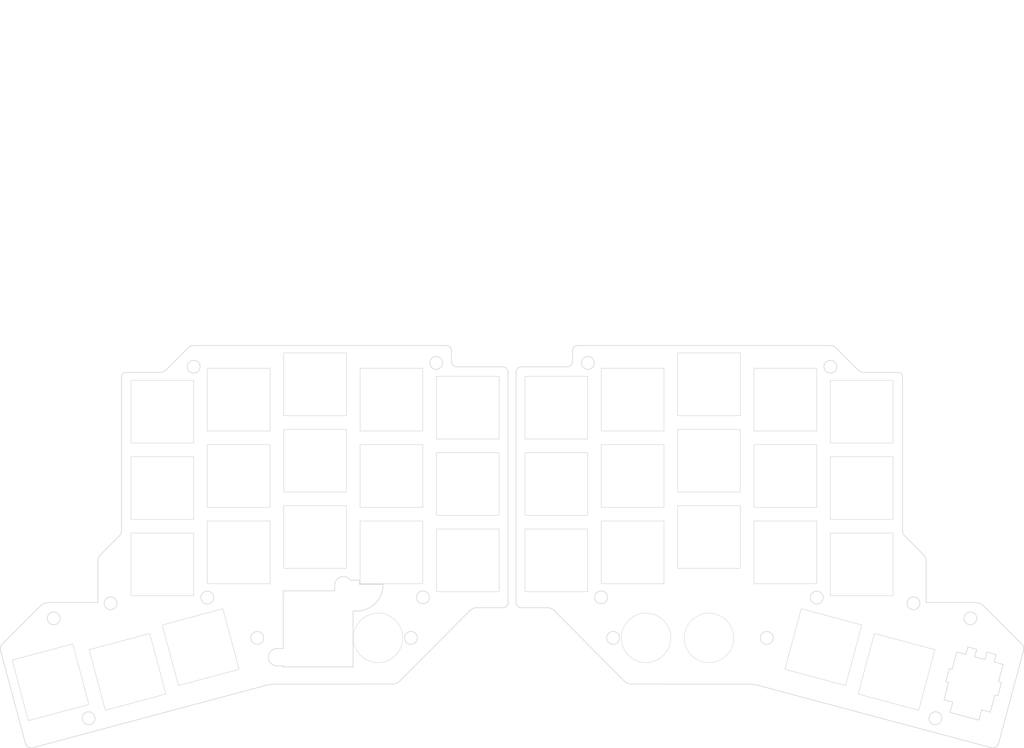
<source format=kicad_pcb>
(kicad_pcb (version 20211014) (generator pcbnew)
  (layers (0 "F.Cu" signal) (31 "B.Cu" signal) (34 "B.Paste" user) (35 "F.Paste" user) (36 "B.SilkS" user "B.Silkscreen") (37 "F.SilkS" user "F.Silkscreen") (38 "B.Mask" user) (39 "F.Mask" user) (44 "Edge.Cuts" user))
  (net 0 "")
  (footprint "jw_custom_footprint:CherryMX_Hotswap_cutout_above_PCB" (layer "F.Cu") (at 177.48662 97.331594)
    (fp_text reference "SW12" hide)
    (fp_text value "SW12")
    (fp_rect (start -7.8 -7.8) (end 7.8 7.8) (layer "Edge.Cuts") (width 0.12) (fill none))
  )
  (footprint "jw_custom_footprint:CherryMX_Hotswap_cutout_above_PCB" (layer "F.Cu") (at 177.48662 78.331994)
    (fp_text reference "SW7" hide)
    (fp_text value "SW7")
    (fp_rect (start -7.8 -7.8) (end 7.8 7.8) (layer "Edge.Cuts") (width 0.12) (fill none))
  )
  (footprint "jw_custom_footprint:RotaryEncoder_Alps_EC11E-Switch_Vertical_H20mm_cutout_above_PCB" (layer "F.Cu") (at 262.29748 129.657313 165)
    (fp_text reference "EC1" hide)
    (fp_text value "Rotary_Encoder_Switch")
    (fp_poly (pts (xy 3.7084 -6.096) (xy 5.969 -6.096) (xy 5.969 -1.7018) (xy 6.7056 -1.7018) (xy 6.7056 1.7018) (xy 5.969 1.7018) (xy 5.969 6.1976) (xy 3.6322 6.1976) (xy 3.6322 8.128) (xy 1.3462 8.128) (xy 1.3462 6.1976) (xy -1.3208 6.1976) (xy -1.3208 8.128) (xy -3.6576 8.128) (xy -3.6576 6.1976) (xy -5.969 6.1976) (xy -5.969 1.7526) (xy -6.731 1.7526) (xy -6.731 -1.7018) (xy -5.969 -1.7018) (xy -5.969 -6.096) (xy -3.7338 -6.096) (xy -3.7338 -8.763) (xy 3.7084 -8.763)) (layer "Edge.Cuts") (width 0.15) (fill none))
  )
  (footprint "jw_custom_footprint:MountingHole_3.2mm_M3_cutout" (layer "F.Cu") (at 226.687447 51.14375)
    (fp_text reference "TH1" hide)
    (fp_text value "HOLE")
    (fp_circle (center 0 0) (end 1.6 0) (layer "Edge.Cuts") (width 0.15) (fill none))
  )
  (footprint "jw_custom_footprint:contact_button_12mm" (layer "F.Cu") (at 180.827872 118.614)
    (fp_text reference "SW16" hide)
    (fp_text value "SW_Contact_Pad")
    (fp_circle (center 0 0) (end 6.15 0) (layer "Edge.Cuts") (width 0.1) (fill none))
  )
  (footprint "jw_custom_footprint:CherryMX_Hotswap_cutout_above_PCB" (layer "F.Cu") (at 158.48642 61.330994)
    (fp_text reference "SW1" hide)
    (fp_text value "SW1")
    (fp_rect (start -7.8 -7.8) (end 7.8 7.8) (layer "Edge.Cuts") (width 0.12) (fill none))
  )
  (footprint "jw_custom_footprint:CherryMX_Hotswap_cutout_above_PCB" (layer "F.Cu") (at 158.48642 80.331394)
    (fp_text reference "SW6" hide)
    (fp_text value "SW6")
    (fp_rect (start -7.8 -7.8) (end 7.8 7.8) (layer "Edge.Cuts") (width 0.12) (fill none))
  )
  (footprint "jw_custom_footprint:MountingHole_3.2mm_M3_cutout" (layer "F.Cu") (at 223.296492 108.5822)
    (fp_text reference "TH4" hide)
    (fp_text value "HOLE")
    (fp_circle (center 0 0) (end 1.6 0) (layer "Edge.Cuts") (width 0.15) (fill none))
  )
  (footprint "jw_custom_footprint:MountingHole_3.2mm_M3_cutout" (layer "F.Cu") (at 247.36228 109.997713 180)
    (fp_text reference "MCU_1" hide)
    (fp_text value "HOLE")
    (fp_circle (center 0 0) (end 1.6 0) (layer "Edge.Cuts") (width 0.15) (fill none))
  )
  (footprint "jw_custom_footprint:MountingHole_3.2mm_M3_cutout" (layer "F.Cu") (at 169.639047 108.51955)
    (fp_text reference "TH3" hide)
    (fp_text value "HOLE")
    (fp_circle (center 0 0) (end 1.6 0) (layer "Edge.Cuts") (width 0.15) (fill none))
  )
  (footprint "jw_custom_footprint:MountingHole_3.2mm_M3_cutout" (layer "F.Cu") (at 261.522054 113.756913)
    (fp_text reference "MCU_2" hide)
    (fp_text value "HOLE")
    (fp_circle (center 0 0) (end 1.6 0) (layer "Edge.Cuts") (width 0.15) (fill none))
  )
  (footprint "jw_custom_footprint:CherryMX_Hotswap_cutout_above_PCB" (layer "F.Cu") (at 243.14588 127.066513 -15)
    (fp_text reference "SW19" hide)
    (fp_text value "SW19")
    (fp_rect (start -7.8 -7.8) (end 7.8 7.8) (layer "Edge.Cuts") (width 0.12) (fill none))
  )
  (footprint "jw_custom_footprint:contact_button_12mm" (layer "F.Cu") (at 196.486246 118.614)
    (fp_text reference "SW17" hide)
    (fp_text value "SW_Contact_Pad")
    (fp_circle (center 0 0) (end 6.15 0) (layer "Edge.Cuts") (width 0.1) (fill none))
  )
  (footprint "jw_custom_footprint:CherryMX_Hotswap_cutout_above_PCB" (layer "F.Cu") (at 196.48602 93.521794)
    (fp_text reference "SW13" hide)
    (fp_text value "SW13")
    (fp_rect (start -7.8 -7.8) (end 7.8 7.8) (layer "Edge.Cuts") (width 0.12) (fill none))
  )
  (footprint "jw_custom_footprint:MountingHole_3.2mm_M3_cutout" (layer "F.Cu") (at 252.82328 138.598113)
    (fp_text reference "TH5" hide)
    (fp_text value "HOLE")
    (fp_circle (center 0 0) (end 1.6 0) (layer "Edge.Cuts") (width 0.15) (fill none))
  )
  (footprint "jw_custom_footprint:CherryMX_Hotswap_cutout_above_PCB" (layer "F.Cu") (at 215.48622 59.331834)
    (fp_text reference "SW4" hide)
    (fp_text value "SW4")
    (fp_rect (start -7.8 -7.8) (end 7.8 7.8) (layer "Edge.Cuts") (width 0.12) (fill none))
  )
  (footprint "jw_custom_footprint:CherryMX_Hotswap_cutout_above_PCB" (layer "F.Cu") (at 177.48662 59.332394)
    (fp_text reference "SW2" hide)
    (fp_text value "SW2")
    (fp_rect (start -7.8 -7.8) (end 7.8 7.8) (layer "Edge.Cuts") (width 0.12) (fill none))
  )
  (footprint "jw_custom_footprint:CherryMX_Hotswap_cutout_above_PCB" (layer "F.Cu") (at 234.485918 62.332394)
    (fp_text reference "SW5" hide)
    (fp_text value "SW5")
    (fp_rect (start -7.8 -7.8) (end 7.8 7.8) (layer "Edge.Cuts") (width 0.12) (fill none))
  )
  (footprint "jw_custom_footprint:CherryMX_Hotswap_cutout_above_PCB" (layer "F.Cu") (at 215.48622 97.332194)
    (fp_text reference "SW14" hide)
    (fp_text value "SW14")
    (fp_rect (start -7.8 -7.8) (end 7.8 7.8) (layer "Edge.Cuts") (width 0.12) (fill none))
  )
  (footprint "jw_custom_footprint:CherryMX_Hotswap_cutout_above_PCB" (layer "F.Cu") (at 224.946054 120.920119 -15)
    (fp_text reference "SW18" hide)
    (fp_text value "SW18")
    (fp_rect (start -7.8 -7.8) (end 7.8 7.8) (layer "Edge.Cuts") (width 0.12) (fill none))
  )
  (footprint "jw_custom_footprint:MountingHole_3.2mm_M3_cutout" (layer "F.Cu") (at 210.871736 118.614)
    (fp_text reference "JY_BT_2" hide)
    (fp_text value "HOLE")
    (fp_circle (center 0 0) (end 1.6 0) (layer "Edge.Cuts") (width 0.15) (fill none))
  )
  (footprint "jw_custom_footprint:CherryMX_Hotswap_cutout_above_PCB" (layer "F.Cu") (at 234.485918 100.332194)
    (fp_text reference "SW15" hide)
    (fp_text value "SW15")
    (fp_rect (start -7.8 -7.8) (end 7.8 7.8) (layer "Edge.Cuts") (width 0.12) (fill none))
  )
  (footprint "jw_custom_footprint:CherryMX_Hotswap_cutout_above_PCB" (layer "F.Cu") (at 215.48622 78.331794)
    (fp_text reference "SW9" hide)
    (fp_text value "SW9")
    (fp_rect (start -7.8 -7.8) (end 7.8 7.8) (layer "Edge.Cuts") (width 0.12) (fill none))
  )
  (footprint "jw_custom_footprint:CherryMX_Hotswap_cutout_above_PCB" (layer "F.Cu") (at 234.485918 81.332194)
    (fp_text reference "SW10" hide)
    (fp_text value "SW10")
    (fp_rect (start -7.8 -7.8) (end 7.8 7.8) (layer "Edge.Cuts") (width 0.12) (fill none))
  )
  (footprint "jw_custom_footprint:CherryMX_Hotswap_cutout_above_PCB" (layer "F.Cu") (at 196.48602 55.521634)
    (fp_text reference "SW3" hide)
    (fp_text value "SW3")
    (fp_rect (start -7.8 -7.8) (end 7.8 7.8) (layer "Edge.Cuts") (width 0.12) (fill none))
  )
  (footprint "jw_custom_footprint:MountingHole_3.2mm_M3_cutout" (layer "F.Cu") (at 172.63548 118.614)
    (fp_text reference "JY_BT_1" hide)
    (fp_text value "HOLE")
    (fp_circle (center 0 0) (end 1.6 0) (layer "Edge.Cuts") (width 0.15) (fill none))
  )
  (footprint "jw_custom_footprint:MountingHole_3.2mm_M3_cutout" (layer "F.Cu") (at 166.33628 50.201913)
    (fp_text reference "TH2" hide)
    (fp_text value "HOLE")
    (fp_circle (center 0 0) (end 1.6 0) (layer "Edge.Cuts") (width 0.15) (fill none))
  )
  (footprint "jw_custom_footprint:CherryMX_Hotswap_cutout_above_PCB" (layer "F.Cu") (at 196.48602 74.521594)
    (fp_text reference "SW8" hide)
    (fp_text value "SW8")
    (fp_rect (start -7.8 -7.8) (end 7.8 7.8) (layer "Edge.Cuts") (width 0.12) (fill none))
  )
  (footprint "jw_custom_footprint:CherryMX_Hotswap_cutout_above_PCB" (layer "F.Cu") (at 158.48642 99.331794)
    (fp_text reference "SW11" hide)
    (fp_text value "SW11")
    (fp_rect (start -7.8 -7.8) (end 7.8 7.8) (layer "Edge.Cuts") (width 0.12) (fill none))
  )
  (footprint "jw_custom_footprint:CherryMX_Hotswap_cutout_above_PCB" (layer "B.Cu") (at 79.47142 78.331794 180)
    (fp_text reference "SW9" hide)
    (fp_text value "SW9")
    (fp_rect (start -7.8 7.8) (end 7.8 -7.8) (layer "Edge.Cuts") (width 0.12) (fill none))
  )
  (footprint "jw_custom_footprint:CherryMX_Hotswap_cutout_above_PCB" (layer "B.Cu") (at 136.47122 80.331394 180)
    (fp_text reference "SW6" hide)
    (fp_text value "SW6")
    (fp_rect (start -7.8 7.8) (end 7.8 -7.8) (layer "Edge.Cuts") (width 0.12) (fill none))
  )
  (footprint "jw_custom_footprint:CherryMX_Hotswap_cutout_above_PCB" (layer "B.Cu") (at 136.47122 99.331794 180)
    (fp_text reference "SW11" hide)
    (fp_text value "SW11")
    (fp_rect (start -7.8 7.8) (end 7.8 -7.8) (layer "Edge.Cuts") (width 0.12) (fill none))
  )
  (footprint "jw_custom_footprint:CherryMX_Hotswap_cutout_above_PCB" (layer "B.Cu") (at 51.81176 127.066513 -165)
    (fp_text reference "SW19" hide)
    (fp_text value "SW19")
    (fp_rect (start -7.8 7.8) (end 7.8 -7.8) (layer "Edge.Cuts") (width 0.12) (fill none))
  )
  (footprint "jw_custom_footprint:CherryMX_Hotswap_cutout_above_PCB" (layer "B.Cu") (at 79.47142 97.332194 180)
    (fp_text reference "SW14" hide)
    (fp_text value "SW14")
    (fp_rect (start -7.8 7.8) (end 7.8 -7.8) (layer "Edge.Cuts") (width 0.12) (fill none))
  )
  (footprint "jw_custom_footprint:MountingHole_3.2mm_M3_cutout" (layer "B.Cu") (at 125.318593 108.51955 180)
    (fp_text reference "TH3" hide)
    (fp_text value "HOLE")
    (fp_circle (center 0 0) (end 1.6 0) (layer "Edge.Cuts") (width 0.15) (fill none))
  )
  (footprint "jw_custom_footprint:MountingHole_3.2mm_M3_cutout" (layer "B.Cu") (at 42.13436 138.598113 180)
    (fp_text reference "TH5" hide)
    (fp_text value "HOLE")
    (fp_circle (center 0 0) (end 1.6 0) (layer "Edge.Cuts") (width 0.15) (fill none))
  )
  (footprint "jw_custom_footprint:MountingHole_3.2mm_M3_cutout" (layer "B.Cu") (at 47.59536 109.997713)
    (fp_text reference "MCU_1" hide)
    (fp_text value "HOLE")
    (fp_circle (center 0 0) (end 1.6 0) (layer "Edge.Cuts") (width 0.15) (fill none))
  )
  (footprint "jw_custom_footprint:MountingHole_3.2mm_M3_cutout" (layer "B.Cu") (at 33.435586 113.756913 180)
    (fp_text reference "MCU_2" hide)
    (fp_text value "HOLE")
    (fp_circle (center 0 0) (end 1.6 0) (layer "Edge.Cuts") (width 0.15) (fill none))
  )
  (footprint "jw_custom_footprint:CherryMX_Hotswap_cutout_above_PCB" (layer "B.Cu") (at 136.47122 61.330994 180)
    (fp_text reference "SW1" hide)
    (fp_text value "SW1")
    (fp_rect (start -7.8 7.8) (end 7.8 -7.8) (layer "Edge.Cuts") (width 0.12) (fill none))
  )
  (footprint "jw_custom_footprint:CherryMX_Hotswap_cutout_above_PCB" (layer "B.Cu") (at 60.471722 81.332194 180)
    (fp_text reference "SW10" hide)
    (fp_text value "SW10")
    (fp_rect (start -7.8 7.8) (end 7.8 -7.8) (layer "Edge.Cuts") (width 0.12) (fill none))
  )
  (footprint "jw_custom_footprint:contact_button_12mm" (layer "B.Cu") (at 114.129768 118.614 180)
    (fp_text reference "SW16" hide)
    (fp_text value "SW_Contact_Pad")
    (fp_circle (center 0 0) (end 6.15 0) (layer "Edge.Cuts") (width 0.1) (fill none))
  )
  (footprint "jw_custom_footprint:CherryMX_Hotswap_cutout_above_PCB" (layer "B.Cu") (at 117.47102 78.331994 180)
    (fp_text reference "SW7" hide)
    (fp_text value "SW7")
    (fp_rect (start -7.8 7.8) (end 7.8 -7.8) (layer "Edge.Cuts") (width 0.12) (fill none))
  )
  (footprint "jw_custom_footprint:CherryMX_Hotswap_cutout_above_PCB" (layer "B.Cu") (at 98.47162 74.521594 180)
    (fp_text reference "SW8" hide)
    (fp_text value "SW8")
    (fp_rect (start -7.8 7.8) (end 7.8 -7.8) (layer "Edge.Cuts") (width 0.12) (fill none))
  )
  (footprint "jw_custom_footprint:CherryMX_Hotswap_cutout_above_PCB" (layer "B.Cu") (at 117.47102 97.331594 180)
    (fp_text reference "SW12" hide)
    (fp_text value "SW12")
    (fp_rect (start -7.8 7.8) (end 7.8 -7.8) (layer "Edge.Cuts") (width 0.12) (fill none))
  )
  (footprint "jw_custom_footprint:CherryMX_Hotswap_cutout_above_PCB" (layer "B.Cu") (at 98.47162 55.521634 180)
    (fp_text reference "SW3" hide)
    (fp_text value "SW3")
    (fp_rect (start -7.8 7.8) (end 7.8 -7.8) (layer "Edge.Cuts") (width 0.12) (fill none))
  )
  (footprint "jw_custom_footprint:CherryMX_Hotswap_cutout_above_PCB" (layer "B.Cu") (at 98.47162 93.521794 180)
    (fp_text reference "SW13" hide)
    (fp_text value "SW13")
    (fp_rect (start -7.8 7.8) (end 7.8 -7.8) (layer "Edge.Cuts") (width 0.12) (fill none))
  )
  (footprint "jw_custom_footprint:CherryMX_Hotswap_cutout_above_PCB" (layer "B.Cu") (at 117.47102 59.332394 180)
    (fp_text reference "SW2" hide)
    (fp_text value "SW2")
    (fp_rect (start -7.8 7.8) (end 7.8 -7.8) (layer "Edge.Cuts") (width 0.12) (fill none))
  )
  (footprint "jw_custom_footprint:CherryMX_Hotswap_cutout_above_PCB" (layer "B.Cu") (at 60.471722 62.332394 180)
    (fp_text reference "SW5" hide)
    (fp_text value "SW5")
    (fp_rect (start -7.8 7.8) (end 7.8 -7.8) (layer "Edge.Cuts") (width 0.12) (fill none))
  )
  (footprint "jw_custom_footprint:CherryMX_Hotswap_cutout_above_PCB" (layer "B.Cu") (at 70.011586 120.920119 -165)
    (fp_text reference "SW18" hide)
    (fp_text value "SW18")
    (fp_rect (start -7.8 7.8) (end 7.8 -7.8) (layer "Edge.Cuts") (width 0.12) (fill none))
  )
  (footprint "jw_custom_footprint:MountingHole_3.2mm_M3_cutout" (layer "B.Cu") (at 84.085904 118.614 180)
    (fp_text reference "JY_BT_2" hide)
    (fp_text value "HOLE")
    (fp_circle (center 0 0) (end 1.6 0) (layer "Edge.Cuts") (width 0.15) (fill none))
  )
  (footprint "jw_custom_footprint:CherryMX_Hotswap_cutout_above_PCB" (layer "B.Cu") (at 32.66016 129.657311 -165)
    (fp_text reference "SW20" hide)
    (fp_text value "SW20")
    (fp_rect (start -7.8 7.8) (end 7.8 -7.8) (layer "Edge.Cuts") (width 0.12) (fill none))
  )
  (footprint "jw_custom_footprint:MountingHole_3.2mm_M3_cutout" (layer "B.Cu") (at 122.32216 118.614 180)
    (fp_text reference "JY_BT_1" hide)
    (fp_text value "HOLE")
    (fp_circle (center 0 0) (end 1.6 0) (layer "Edge.Cuts") (width 0.15) (fill none))
  )
  (footprint "jw_custom_footprint:CherryMX_Hotswap_cutout_above_PCB" (layer "B.Cu") (at 60.471722 100.332194 180)
    (fp_text reference "SW15" hide)
    (fp_text value "SW15")
    (fp_rect (start -7.8 7.8) (end 7.8 -7.8) (layer "Edge.Cuts") (width 0.12) (fill none))
  )
  (footprint "jw_custom_footprint:MountingHole_3.2mm_M3_cutout" (layer "B.Cu") (at 71.661148 108.5822 180)
    (fp_text reference "TH4" hide)
    (fp_text value "HOLE")
    (fp_circle (center 0 0) (end 1.6 0) (layer "Edge.Cuts") (width 0.15) (fill none))
  )
  (footprint "jw_custom_footprint:CherryMX_Hotswap_cutout_above_PCB" (layer "B.Cu") (at 79.47142 59.331834 180)
    (fp_text reference "SW4" hide)
    (fp_text value "SW4")
    (fp_rect (start -7.8 7.8) (end 7.8 -7.8) (layer "Edge.Cuts") (width 0.12) (fill none))
  )
  (footprint "jw_custom_footprint:MountingHole_3.2mm_M3_cutout" (layer "B.Cu") (at 128.62136 50.201913 180)
    (fp_text reference "TH2" hide)
    (fp_text value "HOLE")
    (fp_circle (center 0 0) (end 1.6 0) (layer "Edge.Cuts") (width 0.15) (fill none))
  )
  (footprint "jw_custom_footprint:MountingHole_3.2mm_M3_cutout" (layer "B.Cu") (at 68.270193 51.14375 180)
    (fp_text reference "TH1" hide)
    (fp_text value "HOLE")
    (fp_circle (center 0 0) (end 1.6 0) (layer "Edge.Cuts") (width 0.15) (fill none))
  )
  (gr_arc (start 137.002593 111.824319) (mid 137.786061 111.283934) (end 138.721993 111.111119) (layer "Edge.Cuts") (width 0.15))
  (gr_line (start 245.191292 93.2434) (end 249.915692 97.9678) (layer "Edge.Cuts") (width 0.15))
  (gr_arc (start 61.450348 51.8922) (mid 60.757992 52.383111) (end 59.926348 52.5526) (layer "Edge.Cuts") (width 0.15))
  (gr_arc (start 119.603593 129.291319) (mid 118.674359 129.91519) (end 117.571593 130.1065) (layer "Edge.Cuts") (width 0.15))
  (gr_arc (start 148.47882 52.461429) (mid 148.880529 51.539812) (end 149.814292 51.167234) (layer "Edge.Cuts") (width 0.15))
  (gr_arc (start 235.031292 52.5526) (mid 234.199638 52.383133) (end 233.507292 51.8922) (layer "Edge.Cuts") (width 0.15))
  (gr_arc (start 149.609654 111.111119) (mid 148.821648 110.739338) (end 148.47882 109.938319) (layer "Edge.Cuts") (width 0.15))
  (gr_line (start 90.533348 125.8316) (end 90.533348 125.5776) (layer "Edge.Cuts") (width 0.15))
  (gr_arc (start 103.360348 105.5116) (mid 104.868414 103.450211) (end 107.289636 104.263401) (layer "Edge.Cuts") (width 0.15))
  (gr_arc (start 162.546778 47.218194) (mid 162.903066 46.257679) (end 163.84708 45.8597) (layer "Edge.Cuts") (width 0.15))
  (gr_arc (start 115.417636 105.279401) (mid 113.452616 110.019933) (end 108.686636 111.922401) (layer "Edge.Cuts") (width 0.15))
  (gr_line (start 20.67136 120.106913) (end 30.106748 110.6678) (layer "Edge.Cuts") (width 0.15))
  (gr_arc (start 177.386047 130.1065) (mid 176.283278 129.915196) (end 175.354047 129.291319) (layer "Edge.Cuts") (width 0.15))
  (gr_arc (start 85.80902 130.541119) (mid 87.386955 130.209366) (end 88.996593 130.1145) (layer "Edge.Cuts") (width 0.15))
  (gr_line (start 20.21416 121.757913) (end 26.388284 144.811616) (layer "Edge.Cuts") (width 0.15))
  (gr_arc (start 66.784348 46.5582) (mid 67.496518 46.039337) (end 68.359148 45.8597) (layer "Edge.Cuts") (width 0.15))
  (gr_arc (start 50.307808 53.6702) (mid 50.635012 52.86741) (end 51.442748 52.5526) (layer "Edge.Cuts") (width 0.15))
  (gr_line (start 145.347986 111.111119) (end 138.721993 111.111119) (layer "Edge.Cuts") (width 0.15))
  (gr_line (start 103.360348 106.9086) (end 103.360348 105.5116) (layer "Edge.Cuts") (width 0.15))
  (gr_line (start 228.173292 46.5582) (end 233.507292 51.8922) (layer "Edge.Cuts") (width 0.15))
  (gr_line (start 266.6428 145.913313) (end 209.14862 130.541119) (layer "Edge.Cuts") (width 0.15))
  (gr_line (start 226.598492 45.8597) (end 163.84708 45.8597) (layer "Edge.Cuts") (width 0.15))
  (gr_arc (start 245.191292 93.2434) (mid 244.786844 92.637815) (end 244.649832 91.9226) (layer "Edge.Cuts") (width 0.15))
  (gr_arc (start 226.598492 45.8597) (mid 227.461117 46.039349) (end 228.173292 46.5582) (layer "Edge.Cuts") (width 0.15))
  (gr_line (start 107.932348 125.8316) (end 107.924636 111.922401) (layer "Edge.Cuts") (width 0.15))
  (gr_line (start 117.571593 130.1065) (end 88.996593 130.1145) (layer "Edge.Cuts") (width 0.15))
  (gr_arc (start 28.31484 145.913313) (mid 27.122157 145.76361) (end 26.388284 144.811616) (layer "Edge.Cuts") (width 0.15))
  (gr_arc (start 205.961047 130.1145) (mid 207.570684 130.209378) (end 209.14862 130.541119) (layer "Edge.Cuts") (width 0.15))
  (gr_line (start 85.80902 130.541119) (end 28.31484 145.913313) (layer "Edge.Cuts") (width 0.15))
  (gr_line (start 264.850892 110.6678) (end 274.28628 120.106913) (layer "Edge.Cuts") (width 0.15))
  (gr_line (start 137.002593 111.824319) (end 119.603593 129.291319) (layer "Edge.Cuts") (width 0.15))
  (gr_arc (start 30.106748 110.6678) (mid 31.022149 110.063479) (end 32.087948 109.8042) (layer "Edge.Cuts") (width 0.15))
  (gr_arc (start 89.009348 125.5776) (mid 86.850348 123.4186) (end 89.009348 121.2596) (layer "Edge.Cuts") (width 0.15))
  (gr_arc (start 20.21416 121.757913) (mid 20.214566 120.869219) (end 20.67136 120.106913) (layer "Edge.Cuts") (width 0.15))
  (gr_line (start 115.417636 105.279401) (end 109.499436 105.279401) (layer "Edge.Cuts") (width 0.15))
  (gr_arc (start 262.869692 109.8042) (mid 263.935481 110.063501) (end 264.850892 110.6678) (layer "Edge.Cuts") (width 0.15))
  (gr_line (start 44.432348 109.8042) (end 44.432348 99.3902) (layer "Edge.Cuts") (width 0.15))
  (gr_line (start 109.499436 104.263401) (end 107.289636 104.263401) (layer "Edge.Cuts") (width 0.15))
  (gr_line (start 149.814292 51.167234) (end 161.152975 51.167234) (layer "Edge.Cuts") (width 0.15))
  (gr_line (start 244.649832 53.6702) (end 244.649832 91.9226) (layer "Edge.Cuts") (width 0.15))
  (gr_line (start 108.686636 111.922401) (end 107.924636 111.922401) (layer "Edge.Cuts") (width 0.15))
  (gr_line (start 50.307808 91.9226) (end 50.307808 53.6702) (layer "Edge.Cuts") (width 0.15))
  (gr_line (start 262.869692 109.8042) (end 250.525292 109.8042) (layer "Edge.Cuts") (width 0.15))
  (gr_line (start 103.360348 106.9086) (end 90.533348 106.9086) (layer "Edge.Cuts") (width 0.15))
  (gr_arc (start 131.11056 45.8597) (mid 132.05459 46.257663) (end 132.410862 47.218194) (layer "Edge.Cuts") (width 0.15))
  (gr_arc (start 50.307808 91.9226) (mid 50.170778 92.637808) (end 49.766348 93.2434) (layer "Edge.Cuts") (width 0.15))
  (gr_arc (start 156.235647 111.111119) (mid 157.171576 111.283942) (end 157.955047 111.824319) (layer "Edge.Cuts") (width 0.15))
  (gr_line (start 205.961047 130.1145) (end 177.386047 130.1065) (layer "Edge.Cuts") (width 0.15))
  (gr_line (start 156.235647 111.111119) (end 149.609654 111.111119) (layer "Edge.Cuts") (width 0.15))
  (gr_line (start 45.041948 97.9678) (end 49.766348 93.2434) (layer "Edge.Cuts") (width 0.15))
  (gr_line (start 268.569356 144.811616) (end 274.74348 121.757913) (layer "Edge.Cuts") (width 0.15))
  (gr_line (start 90.533348 125.5776) (end 89.009348 125.5776) (layer "Edge.Cuts") (width 0.15))
  (gr_arc (start 146.47882 109.938319) (mid 146.135977 110.739324) (end 145.347986 111.111119) (layer "Edge.Cuts") (width 0.15))
  (gr_arc (start 268.569356 144.811616) (mid 267.83546 145.76357) (end 266.6428 145.913313) (layer "Edge.Cuts") (width 0.15))
  (gr_line (start 90.533348 125.8316) (end 107.932348 125.8316) (layer "Edge.Cuts") (width 0.15))
  (gr_line (start 146.47882 109.938319) (end 146.47882 52.461429) (layer "Edge.Cuts") (width 0.15))
  (gr_arc (start 162.546778 49.769029) (mid 162.138247 50.755606) (end 161.152975 51.167234) (layer "Edge.Cuts") (width 0.15))
  (gr_line (start 243.514892 52.5526) (end 235.031292 52.5526) (layer "Edge.Cuts") (width 0.15))
  (gr_line (start 250.525292 99.3902) (end 250.525292 109.8042) (layer "Edge.Cuts") (width 0.15))
  (gr_line (start 132.410862 49.769029) (end 132.410862 47.218194) (layer "Edge.Cuts") (width 0.15))
  (gr_arc (start 243.514892 52.5526) (mid 244.322636 52.867401) (end 244.649832 53.6702) (layer "Edge.Cuts") (width 0.15))
  (gr_arc (start 145.143348 51.167234) (mid 146.077092 51.539831) (end 146.47882 52.461429) (layer "Edge.Cuts") (width 0.15))
  (gr_line (start 59.926348 52.5526) (end 51.442748 52.5526) (layer "Edge.Cuts") (width 0.15))
  (gr_arc (start 274.28628 120.106913) (mid 274.743061 120.869223) (end 274.74348 121.757913) (layer "Edge.Cuts") (width 0.15))
  (gr_arc (start 133.804665 51.167234) (mid 132.81942 50.755579) (end 132.410862 49.769029) (layer "Edge.Cuts") (width 0.15))
  (gr_line (start 133.804665 51.167234) (end 145.143348 51.167234) (layer "Edge.Cuts") (width 0.15))
  (gr_line (start 90.533348 121.2596) (end 89.009348 121.2596) (layer "Edge.Cuts") (width 0.15))
  (gr_line (start 175.354047 129.291319) (end 157.955047 111.824319) (layer "Edge.Cuts") (width 0.15))
  (gr_line (start 148.47882 109.938319) (end 148.47882 52.461429) (layer "Edge.Cuts") (width 0.15))
  (gr_line (start 90.533348 121.2596) (end 90.533348 106.9086) (layer "Edge.Cuts") (width 0.15))
  (gr_line (start 162.546778 47.218194) (end 162.546778 49.769029) (layer "Edge.Cuts") (width 0.15))
  (gr_line (start 109.499436 105.279401) (end 109.499436 104.263401) (layer "Edge.Cuts") (width 0.15))
  (gr_line (start 61.450348 51.8922) (end 66.784348 46.5582) (layer "Edge.Cuts") (width 0.15))
  (gr_line (start 44.432348 109.8042) (end 32.087948 109.8042) (layer "Edge.Cuts") (width 0.15))
  (gr_arc (start 44.432348 99.3902) (mid 44.619547 98.628602) (end 45.041948 97.9678) (layer "Edge.Cuts") (width 0.15))
  (gr_line (start 131.11056 45.8597) (end 68.359148 45.8597) (layer "Edge.Cuts") (width 0.15))
  (gr_arc (start 249.915692 97.9678) (mid 250.338116 98.628592) (end 250.525292 99.3902) (layer "Edge.Cuts") (width 0.15))
)
</source>
